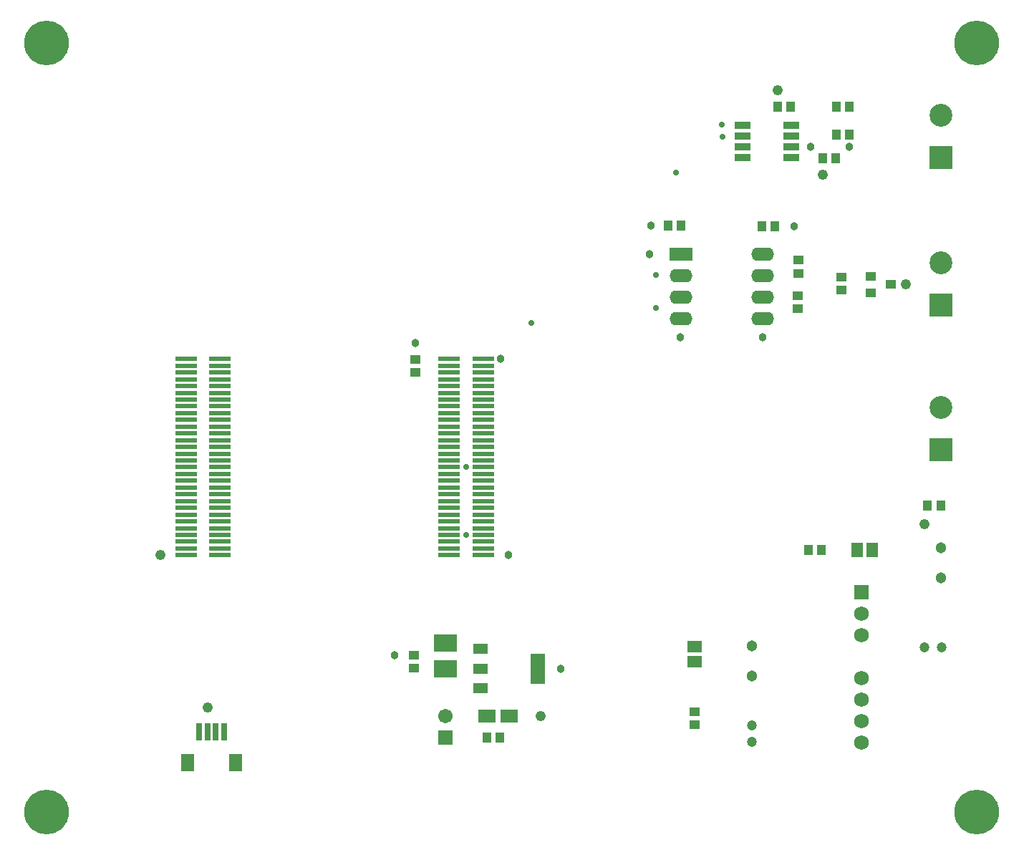
<source format=gts>
G04*
G04 #@! TF.GenerationSoftware,Altium Limited,Altium Designer,19.0.4 (130)*
G04*
G04 Layer_Color=8388736*
%FSLAX25Y25*%
%MOIN*%
G70*
G01*
G75*
%ADD39R,0.09855X0.01981*%
%ADD40O,0.10642X0.06312*%
%ADD41R,0.10642X0.06312*%
%ADD42R,0.04461X0.04658*%
%ADD43R,0.04658X0.04461*%
%ADD44R,0.07300X0.03300*%
%ADD45R,0.11036X0.07887*%
%ADD46R,0.07887X0.06115*%
%ADD47R,0.06902X0.14383*%
%ADD48R,0.06902X0.05131*%
%ADD49R,0.06902X0.05131*%
%ADD50R,0.06587X0.05367*%
%ADD51R,0.05367X0.06587*%
%ADD52R,0.06312X0.07887*%
%ADD53R,0.03162X0.08280*%
%ADD54R,0.03162X0.08280*%
%ADD55R,0.04540X0.04343*%
%ADD56R,0.04540X0.04343*%
%ADD57R,0.06706X0.06706*%
%ADD58C,0.06706*%
%ADD59C,0.04737*%
%ADD60C,0.05131*%
%ADD61R,0.06800X0.06800*%
%ADD62C,0.06800*%
%ADD63C,0.10642*%
%ADD64R,0.10642X0.10642*%
%ADD65C,0.03800*%
%ADD66C,0.04800*%
%ADD67C,0.02800*%
%ADD68C,0.20800*%
D39*
X222833Y230713D02*
D03*
Y227563D02*
D03*
Y224413D02*
D03*
Y221264D02*
D03*
Y218114D02*
D03*
Y214965D02*
D03*
Y211815D02*
D03*
Y208665D02*
D03*
Y205516D02*
D03*
Y202366D02*
D03*
Y199216D02*
D03*
Y196067D02*
D03*
Y192917D02*
D03*
Y189768D02*
D03*
Y186618D02*
D03*
Y183468D02*
D03*
Y180319D02*
D03*
Y177169D02*
D03*
Y174020D02*
D03*
Y170870D02*
D03*
Y167720D02*
D03*
Y164571D02*
D03*
Y161421D02*
D03*
Y158272D02*
D03*
Y155122D02*
D03*
Y151972D02*
D03*
Y148823D02*
D03*
Y145673D02*
D03*
Y142524D02*
D03*
Y139374D02*
D03*
X207085D02*
D03*
Y142524D02*
D03*
Y145673D02*
D03*
Y148823D02*
D03*
Y151972D02*
D03*
Y155122D02*
D03*
Y158272D02*
D03*
Y161421D02*
D03*
Y164571D02*
D03*
Y167720D02*
D03*
Y170870D02*
D03*
Y174020D02*
D03*
Y177169D02*
D03*
Y180319D02*
D03*
Y183468D02*
D03*
Y186618D02*
D03*
Y189768D02*
D03*
Y192917D02*
D03*
Y196067D02*
D03*
Y199216D02*
D03*
Y202366D02*
D03*
Y205516D02*
D03*
Y208665D02*
D03*
Y211815D02*
D03*
Y214965D02*
D03*
Y218114D02*
D03*
Y221264D02*
D03*
Y224413D02*
D03*
Y227563D02*
D03*
Y230713D02*
D03*
X84646Y230709D02*
D03*
Y227559D02*
D03*
Y224410D02*
D03*
Y221260D02*
D03*
Y218110D02*
D03*
Y214961D02*
D03*
Y211811D02*
D03*
Y208661D02*
D03*
Y205512D02*
D03*
Y202362D02*
D03*
Y199213D02*
D03*
Y196063D02*
D03*
Y192913D02*
D03*
Y189764D02*
D03*
Y186614D02*
D03*
Y183465D02*
D03*
Y180315D02*
D03*
Y177165D02*
D03*
Y174016D02*
D03*
Y170866D02*
D03*
Y167717D02*
D03*
Y164567D02*
D03*
Y161417D02*
D03*
Y158268D02*
D03*
Y155118D02*
D03*
Y151969D02*
D03*
Y148819D02*
D03*
Y145669D02*
D03*
Y142520D02*
D03*
Y139370D02*
D03*
X100394D02*
D03*
Y142520D02*
D03*
Y145669D02*
D03*
Y148819D02*
D03*
Y151969D02*
D03*
Y155118D02*
D03*
Y158268D02*
D03*
Y161417D02*
D03*
Y164567D02*
D03*
Y167717D02*
D03*
Y170866D02*
D03*
Y174016D02*
D03*
Y177165D02*
D03*
Y180315D02*
D03*
Y183465D02*
D03*
Y186614D02*
D03*
Y189764D02*
D03*
Y192913D02*
D03*
Y196063D02*
D03*
Y199213D02*
D03*
Y202362D02*
D03*
Y205512D02*
D03*
Y208661D02*
D03*
Y211811D02*
D03*
Y214961D02*
D03*
Y218110D02*
D03*
Y221260D02*
D03*
Y224410D02*
D03*
Y227559D02*
D03*
Y230709D02*
D03*
D40*
X352858Y249567D02*
D03*
Y259567D02*
D03*
X314858Y249567D02*
D03*
Y259567D02*
D03*
Y269567D02*
D03*
X352858Y279567D02*
D03*
Y269567D02*
D03*
D41*
X314858Y279567D02*
D03*
D42*
X380945Y324016D02*
D03*
X387008D02*
D03*
X224528Y54331D02*
D03*
X230591D02*
D03*
X359961Y348031D02*
D03*
X366024D02*
D03*
X387126Y335039D02*
D03*
X393189D02*
D03*
X308898Y292913D02*
D03*
X314961D02*
D03*
X358661Y292520D02*
D03*
X352598D02*
D03*
X374252Y141732D02*
D03*
X380315D02*
D03*
X435827Y162598D02*
D03*
X429764D02*
D03*
X387126Y348031D02*
D03*
X393189D02*
D03*
D43*
X389764Y262717D02*
D03*
Y268779D02*
D03*
X369685Y270591D02*
D03*
Y276654D02*
D03*
X369291Y254173D02*
D03*
Y260236D02*
D03*
X191339Y230594D02*
D03*
Y224532D02*
D03*
X190551Y86732D02*
D03*
Y92795D02*
D03*
X321260Y60354D02*
D03*
Y66417D02*
D03*
D44*
X343701Y339528D02*
D03*
Y334528D02*
D03*
Y329528D02*
D03*
Y324528D02*
D03*
X366142Y339528D02*
D03*
Y334528D02*
D03*
Y329528D02*
D03*
Y324528D02*
D03*
D45*
X205315Y98425D02*
D03*
Y86614D02*
D03*
D46*
X235079Y64567D02*
D03*
X224764D02*
D03*
D47*
X248327Y86614D02*
D03*
D48*
X221752Y77559D02*
D03*
Y86614D02*
D03*
D49*
Y95669D02*
D03*
D50*
X321260Y89803D02*
D03*
Y96811D02*
D03*
D51*
X403937Y141732D02*
D03*
X396929D02*
D03*
D52*
X85433Y42913D02*
D03*
X107480D02*
D03*
D53*
X90551Y57087D02*
D03*
X94488Y57086D02*
D03*
X98425D02*
D03*
D54*
X102362Y57087D02*
D03*
D55*
X403354Y269094D02*
D03*
X412606Y265354D02*
D03*
D56*
X403354Y261614D02*
D03*
D57*
X205118Y54567D02*
D03*
D58*
Y64567D02*
D03*
D59*
X428346Y96457D02*
D03*
X436221D02*
D03*
X347913Y52362D02*
D03*
Y60236D02*
D03*
D60*
X348031Y83268D02*
D03*
Y97047D02*
D03*
X435827Y128937D02*
D03*
Y142717D02*
D03*
D61*
X398819Y122283D02*
D03*
D62*
Y112284D02*
D03*
Y102284D02*
D03*
Y82284D02*
D03*
Y72284D02*
D03*
Y62283D02*
D03*
Y52284D02*
D03*
D63*
X435827Y344094D02*
D03*
Y208268D02*
D03*
X435827Y275591D02*
D03*
D64*
X435827Y324410D02*
D03*
Y188583D02*
D03*
X435827Y255906D02*
D03*
D65*
X393307Y329528D02*
D03*
X181496Y92795D02*
D03*
X231102Y230713D02*
D03*
X234646Y139374D02*
D03*
X259055Y86614D02*
D03*
X300354Y279567D02*
D03*
X367717Y292520D02*
D03*
X300787Y292913D02*
D03*
X191339Y238189D02*
D03*
X314567Y240945D02*
D03*
X352858D02*
D03*
X375197Y329528D02*
D03*
D66*
X249606Y64567D02*
D03*
X380945Y316535D02*
D03*
X359961Y355787D02*
D03*
X72441Y139370D02*
D03*
X94488Y68504D02*
D03*
X419685Y265354D02*
D03*
X428346Y153937D02*
D03*
D67*
X333858Y339764D02*
D03*
X334252Y334252D02*
D03*
X312598Y317323D02*
D03*
X245276Y247638D02*
D03*
X214961Y180319D02*
D03*
X214959Y148823D02*
D03*
X303150Y269685D02*
D03*
Y254409D02*
D03*
D68*
X452756Y19685D02*
D03*
Y377953D02*
D03*
X19685Y19685D02*
D03*
Y377953D02*
D03*
M02*

</source>
